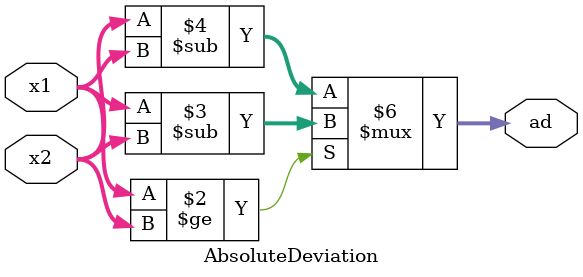
<source format=v>
`timescale 1ns / 1ps


module AbsoluteDeviation(input [7:0]x1, x2, output reg [7:0]ad

    );
 always @(*) begin
        if (x1 >= x2) begin 
            ad = x1 - x2;   
        end else begin
            ad = x2 - x1;   
        end
    end
    
    
endmodule

</source>
